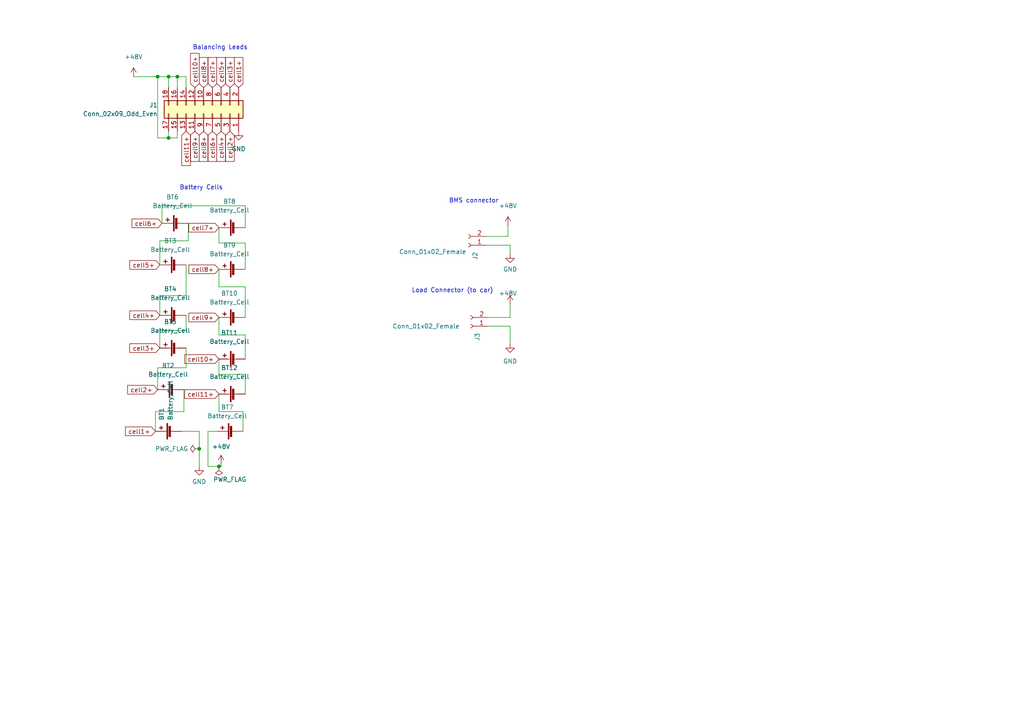
<source format=kicad_sch>
(kicad_sch (version 20211123) (generator eeschema)
  (paper "A4")
  (lib_symbols
    (symbol "Connector:Conn_01x02_Female" (pin_names (offset 1.016) hide)
      (property "Reference" "J" (at 0 2.54 0))
      (property "Value" "Conn_01x02_Female" (at 0 -5.08 0))
      (symbol "Conn_01x02_Female_1_1"
        (arc (start 0 -2.032) (mid -0.508 -2.54) (end 0 -3.048) (stroke (width 0.1524)))
        (polyline (pts (xy -1.27 -2.54) (xy -0.508 -2.54)) (stroke (width 0.1524)))
        (polyline (pts (xy -1.27 0) (xy -0.508 0)) (stroke (width 0.1524)))
        (arc (start 0 0.508) (mid -0.508 0) (end 0 -0.508) (stroke (width 0.1524)))
        (pin passive line (at -5.08 0 0) (length 3.81) (name "Pin_1") (number "1"))
        (pin passive line (at -5.08 -2.54 0) (length 3.81) (name "Pin_2") (number "2"))
      )
    )
    (symbol "Connector_Generic:Conn_02x09_Odd_Even" (pin_names (offset 1.016) hide)
      (property "Reference" "J" (at 1.27 12.7 0))
      (property "Value" "Conn_02x09_Odd_Even" (at 1.27 -12.7 0))
      (symbol "Conn_02x09_Odd_Even_1_1"
        (rectangle (start -1.27 -10.033) (end 0 -10.287) (stroke (width 0.1524)))
        (rectangle (start -1.27 -7.493) (end 0 -7.747) (stroke (width 0.1524)))
        (rectangle (start -1.27 -4.953) (end 0 -5.207) (stroke (width 0.1524)))
        (rectangle (start -1.27 -2.413) (end 0 -2.667) (stroke (width 0.1524)))
        (rectangle (start -1.27 0.127) (end 0 -0.127) (stroke (width 0.1524)))
        (rectangle (start -1.27 2.667) (end 0 2.413) (stroke (width 0.1524)))
        (rectangle (start -1.27 5.207) (end 0 4.953) (stroke (width 0.1524)))
        (rectangle (start -1.27 7.747) (end 0 7.493) (stroke (width 0.1524)))
        (rectangle (start -1.27 10.287) (end 0 10.033) (stroke (width 0.1524)))
        (rectangle (start -1.27 11.43) (end 3.81 -11.43) (stroke (width 0.254)) (fill (type background)))
        (rectangle (start 3.81 -10.033) (end 2.54 -10.287) (stroke (width 0.1524)))
        (rectangle (start 3.81 -7.493) (end 2.54 -7.747) (stroke (width 0.1524)))
        (rectangle (start 3.81 -4.953) (end 2.54 -5.207) (stroke (width 0.1524)))
        (rectangle (start 3.81 -2.413) (end 2.54 -2.667) (stroke (width 0.1524)))
        (rectangle (start 3.81 0.127) (end 2.54 -0.127) (stroke (width 0.1524)))
        (rectangle (start 3.81 2.667) (end 2.54 2.413) (stroke (width 0.1524)))
        (rectangle (start 3.81 5.207) (end 2.54 4.953) (stroke (width 0.1524)))
        (rectangle (start 3.81 7.747) (end 2.54 7.493) (stroke (width 0.1524)))
        (rectangle (start 3.81 10.287) (end 2.54 10.033) (stroke (width 0.1524)))
        (pin passive line (at -5.08 10.16 0) (length 3.81) (name "Pin_1") (number "1"))
        (pin passive line (at 7.62 0 180) (length 3.81) (name "Pin_10") (number "10"))
        (pin passive line (at -5.08 -2.54 0) (length 3.81) (name "Pin_11") (number "11"))
        (pin passive line (at 7.62 -2.54 180) (length 3.81) (name "Pin_12") (number "12"))
        (pin passive line (at -5.08 -5.08 0) (length 3.81) (name "Pin_13") (number "13"))
        (pin passive line (at 7.62 -5.08 180) (length 3.81) (name "Pin_14") (number "14"))
        (pin passive line (at -5.08 -7.62 0) (length 3.81) (name "Pin_15") (number "15"))
        (pin passive line (at 7.62 -7.62 180) (length 3.81) (name "Pin_16") (number "16"))
        (pin passive line (at -5.08 -10.16 0) (length 3.81) (name "Pin_17") (number "17"))
        (pin passive line (at 7.62 -10.16 180) (length 3.81) (name "Pin_18") (number "18"))
        (pin passive line (at 7.62 10.16 180) (length 3.81) (name "Pin_2") (number "2"))
        (pin passive line (at -5.08 7.62 0) (length 3.81) (name "Pin_3") (number "3"))
        (pin passive line (at 7.62 7.62 180) (length 3.81) (name "Pin_4") (number "4"))
        (pin passive line (at -5.08 5.08 0) (length 3.81) (name "Pin_5") (number "5"))
        (pin passive line (at 7.62 5.08 180) (length 3.81) (name "Pin_6") (number "6"))
        (pin passive line (at -5.08 2.54 0) (length 3.81) (name "Pin_7") (number "7"))
        (pin passive line (at 7.62 2.54 180) (length 3.81) (name "Pin_8") (number "8"))
        (pin passive line (at -5.08 0 0) (length 3.81) (name "Pin_9") (number "9"))
      )
    )
    (symbol "Device:Battery_Cell" (pin_numbers hide) (pin_names (offset 0) hide)
      (property "Reference" "BT" (at 2.54 2.54 0))
      (property "Value" "Battery_Cell" (at 2.54 0 0))
      (symbol "Battery_Cell_0_1"
        (rectangle (start -2.286 1.778) (end 2.286 1.524) (fill (type outline)))
        (rectangle (start -1.5748 1.1938) (end 1.4732 0.6858) (fill (type outline)))
        (polyline (pts (xy 0 0.762) (xy 0 0)))
        (polyline (pts (xy 0 1.778) (xy 0 2.54)))
        (polyline (pts (xy 0.508 3.429) (xy 1.524 3.429)) (stroke (width 0.254)))
        (polyline (pts (xy 1.016 3.937) (xy 1.016 2.921)) (stroke (width 0.254)))
      )
      (symbol "Battery_Cell_1_1"
        (pin passive line (at 0 5.08 270) (length 2.54) (name "+") (number "1"))
        (pin passive line (at 0 -2.54 90) (length 2.54) (name "-") (number "2"))
      )
    )
    (symbol "power:+48V" (power) (pin_names (offset 0))
      (property "Value" "+48V" (at 0 3.556 0))
      (symbol "+48V_0_1"
        (polyline (pts (xy -0.762 1.27) (xy 0 2.54)))
        (polyline (pts (xy 0 0) (xy 0 2.54)))
        (polyline (pts (xy 0 2.54) (xy 0.762 1.27)))
      )
      (symbol "+48V_1_1"
        (pin power_in line (at 0 0 90) (length 0) hide (name "+48V") (number "1"))
      )
    )
    (symbol "power:GND" (power) (pin_names (offset 0))
      (property "Value" "GND" (at 0 -3.81 0))
      (symbol "GND_0_1"
        (polyline (pts (xy 0 0) (xy 0 -1.27) (xy 1.27 -1.27) (xy 0 -2.54) (xy -1.27 -1.27) (xy 0 -1.27)))
      )
      (symbol "GND_1_1"
        (pin power_in line (at 0 0 270) (length 0) hide (name "GND") (number "1"))
      )
    )
    (symbol "power:PWR_FLAG" (power) (pin_numbers hide) (pin_names (offset 0) hide)
      (property "Value" "PWR_FLAG" (at 0 3.81 0))
      (symbol "PWR_FLAG_0_0"
        (pin power_out line (at 0 0 90) (length 0) (name "pwr") (number "1"))
      )
      (symbol "PWR_FLAG_0_1"
        (polyline (pts (xy 0 0) (xy 0 1.27) (xy -1.016 1.905) (xy 0 2.54) (xy 1.016 1.905) (xy 0 1.27)))
      )
    )
  )
  (junction (at 48.895 22.225))
  (junction (at 57.785 130.175))
  (junction (at 51.435 22.225))
  (junction (at 45.72 22.225))
  (junction (at 63.5 135.255))
  (junction (at 48.895 40.005))
  (wire (pts (xy 71.12 83.185) (xy 71.12 92.075)))
  (wire (pts (xy 60.325 125.095) (xy 60.325 135.255)))
  (wire (pts (xy 63.5 83.185) (xy 71.12 83.185)))
  (wire (pts (xy 53.975 85.725) (xy 53.975 76.835)))
  (wire (pts (xy 53.34 119.38) (xy 53.34 113.03)))
  (wire (pts (xy 46.355 95.885) (xy 53.975 95.885)))
  (wire (pts (xy 52.705 125.095) (xy 57.785 125.095)))
  (wire (pts (xy 45.72 106.68) (xy 53.975 106.68)))
  (wire (pts (xy 147.32 65.405) (xy 147.32 68.58)))
  (wire (pts (xy 45.72 113.03) (xy 45.72 106.68)))
  (wire (pts (xy 147.955 88.265) (xy 147.955 92.075)))
  (wire (pts (xy 63.5 66.04) (xy 63.5 70.485)))
  (wire (pts (xy 63.5 92.075) (xy 63.5 97.155)))
  (wire (pts (xy 46.355 76.835) (xy 46.355 69.85)))
  (wire (pts (xy 147.955 71.12) (xy 147.955 73.66)))
  (wire (pts (xy 51.435 38.1) (xy 51.435 40.005)))
  (wire (pts (xy 53.975 106.68) (xy 53.975 100.965)))
  (wire (pts (xy 147.955 94.615) (xy 147.955 99.695)))
  (wire (pts (xy 141.605 92.075) (xy 147.955 92.075)))
  (wire (pts (xy 71.12 59.69) (xy 71.12 66.04)))
  (wire (pts (xy 70.485 119.38) (xy 70.485 125.095)))
  (wire (pts (xy 46.355 69.85) (xy 54.61 69.85)))
  (wire (pts (xy 46.355 91.44) (xy 46.355 85.725)))
  (wire (pts (xy 62.865 125.095) (xy 60.325 125.095)))
  (wire (pts (xy 140.97 71.12) (xy 147.955 71.12)))
  (wire (pts (xy 57.785 125.095) (xy 57.785 130.175)))
  (wire (pts (xy 64.135 135.255) (xy 63.5 135.255)))
  (wire (pts (xy 71.12 108.585) (xy 71.12 114.3)))
  (wire (pts (xy 71.12 97.155) (xy 71.12 104.14)))
  (wire (pts (xy 71.12 70.485) (xy 71.12 78.105)))
  (wire (pts (xy 45.085 125.095) (xy 45.085 119.38)))
  (wire (pts (xy 54.61 69.85) (xy 54.61 64.77)))
  (wire (pts (xy 48.895 40.005) (xy 45.72 40.005)))
  (wire (pts (xy 48.895 38.1) (xy 48.895 40.005)))
  (wire (pts (xy 48.895 22.225) (xy 48.895 25.4)))
  (wire (pts (xy 45.72 40.005) (xy 45.72 22.225)))
  (wire (pts (xy 53.975 22.225) (xy 53.975 25.4)))
  (wire (pts (xy 57.785 130.175) (xy 57.785 135.255)))
  (wire (pts (xy 51.435 40.005) (xy 48.895 40.005)))
  (wire (pts (xy 140.97 68.58) (xy 147.32 68.58)))
  (wire (pts (xy 38.735 22.225) (xy 45.72 22.225)))
  (wire (pts (xy 63.5 108.585) (xy 71.12 108.585)))
  (wire (pts (xy 63.5 78.105) (xy 63.5 83.185)))
  (wire (pts (xy 63.5 104.14) (xy 63.5 108.585)))
  (wire (pts (xy 63.5 114.3) (xy 63.5 119.38)))
  (wire (pts (xy 63.5 70.485) (xy 71.12 70.485)))
  (wire (pts (xy 63.5 97.155) (xy 71.12 97.155)))
  (wire (pts (xy 63.5 119.38) (xy 70.485 119.38)))
  (wire (pts (xy 53.975 95.885) (xy 53.975 91.44)))
  (wire (pts (xy 51.435 22.225) (xy 51.435 25.4)))
  (wire (pts (xy 63.5 135.255) (xy 60.325 135.255)))
  (wire (pts (xy 46.99 64.77) (xy 46.99 59.69)))
  (wire (pts (xy 46.355 85.725) (xy 53.975 85.725)))
  (wire (pts (xy 48.895 22.225) (xy 51.435 22.225)))
  (wire (pts (xy 46.99 59.69) (xy 71.12 59.69)))
  (wire (pts (xy 46.355 100.965) (xy 46.355 95.885)))
  (wire (pts (xy 64.135 134.62) (xy 64.135 135.255)))
  (wire (pts (xy 51.435 22.225) (xy 53.975 22.225)))
  (wire (pts (xy 141.605 94.615) (xy 147.955 94.615)))
  (wire (pts (xy 45.085 119.38) (xy 53.34 119.38)))
  (wire (pts (xy 45.72 22.225) (xy 48.895 22.225)))
  (text "Balancing Leads" (at 55.88 14.605 0) (effects (font (size 1.27 1.27)) (justify left bottom)))
  (text "Load Connector (to car)" (at 119.38 85.09 0) (effects (font (size 1.27 1.27)) (justify left bottom)))
  (text "Battery Cells" (at 52.07 55.245 0) (effects (font (size 1.27 1.27)) (justify left bottom)))
  (text "BMS connector\n" (at 130.175 59.055 0) (effects (font (size 1.27 1.27)) (justify left bottom)))
  (global_label "cell5+" (shape input) (at 46.355 76.835 180) (property "Intersheet References" "${INTERSHEET_REFS}" (effects hide)))
  (global_label "cell8+" (shape input) (at 59.055 38.1 270) (property "Intersheet References" "${INTERSHEET_REFS}" (effects hide)))
  (global_label "cell9+" (shape input) (at 56.515 38.1 270) (property "Intersheet References" "${INTERSHEET_REFS}" (effects hide)))
  (global_label "cell4+" (shape input) (at 46.355 91.44 180) (property "Intersheet References" "${INTERSHEET_REFS}" (effects hide)))
  (global_label "cell1+" (shape input) (at 45.085 125.095 180) (property "Intersheet References" "${INTERSHEET_REFS}" (effects hide)))
  (global_label "cell4+" (shape input) (at 64.135 38.1 270) (property "Intersheet References" "${INTERSHEET_REFS}" (effects hide)))
  (global_label "cell7+" (shape input) (at 63.5 66.04 180) (property "Intersheet References" "${INTERSHEET_REFS}" (effects hide)))
  (global_label "cell5+" (shape input) (at 64.135 25.4 90) (property "Intersheet References" "${INTERSHEET_REFS}" (effects hide)))
  (global_label "cell6+" (shape input) (at 61.595 38.1 270) (property "Intersheet References" "${INTERSHEET_REFS}" (effects hide)))
  (global_label "cell7+" (shape input) (at 61.595 25.4 90) (property "Intersheet References" "${INTERSHEET_REFS}" (effects hide)))
  (global_label "cell10+" (shape input) (at 63.5 104.14 180) (property "Intersheet References" "${INTERSHEET_REFS}" (effects hide)))
  (global_label "cell6+" (shape input) (at 46.99 64.77 180) (property "Intersheet References" "${INTERSHEET_REFS}" (effects hide)))
  (global_label "cell2+" (shape input) (at 45.72 113.03 180) (property "Intersheet References" "${INTERSHEET_REFS}" (effects hide)))
  (global_label "cell8+" (shape input) (at 59.055 25.4 90) (property "Intersheet References" "${INTERSHEET_REFS}" (effects hide)))
  (global_label "cell10+" (shape input) (at 56.515 25.4 90) (property "Intersheet References" "${INTERSHEET_REFS}" (effects hide)))
  (global_label "cell3+" (shape input) (at 46.355 100.965 180) (property "Intersheet References" "${INTERSHEET_REFS}" (effects hide)))
  (global_label "cell11+" (shape input) (at 63.5 114.3 180) (property "Intersheet References" "${INTERSHEET_REFS}" (effects hide)))
  (global_label "cell1+" (shape input) (at 69.215 25.4 90) (property "Intersheet References" "${INTERSHEET_REFS}" (effects hide)))
  (global_label "cell3+" (shape input) (at 66.675 25.4 90) (property "Intersheet References" "${INTERSHEET_REFS}" (effects hide)))
  (global_label "cell2+" (shape input) (at 66.675 38.1 270) (property "Intersheet References" "${INTERSHEET_REFS}" (effects hide)))
  (global_label "cell8+" (shape input) (at 63.5 78.105 180) (property "Intersheet References" "${INTERSHEET_REFS}" (effects hide)))
  (global_label "cell11+" (shape input) (at 53.975 38.1 270) (property "Intersheet References" "${INTERSHEET_REFS}" (effects hide)))
  (global_label "cell9+" (shape input) (at 63.5 92.075 180) (property "Intersheet References" "${INTERSHEET_REFS}" (effects hide)))
  (symbol (lib_id "Device:Battery_Cell") (at 51.435 100.965 90) (unit 1)
    (property "Reference" "BT5" (at 49.403 93.345 90))
    (property "Value" "Battery_Cell" (at 49.403 95.885 90))
  )
  (symbol (lib_id "Device:Battery_Cell") (at 51.435 76.835 90) (unit 1)
    (property "Reference" "BT3" (at 49.403 69.85 90))
    (property "Value" "Battery_Cell" (at 49.403 72.39 90))
  )
  (symbol (lib_id "Device:Battery_Cell") (at 51.435 91.44 90) (unit 1)
    (property "Reference" "BT4" (at 49.403 83.82 90))
    (property "Value" "Battery_Cell" (at 49.403 86.36 90))
  )
  (symbol (lib_id "power:+48V") (at 38.735 22.225 0) (unit 1)
    (property "Reference" "#PWR01" (effects hide))
    (property "Value" "+48V" (at 38.735 16.51 0))
  )
  (symbol (lib_id "Device:Battery_Cell") (at 68.58 104.14 90) (unit 1)
    (property "Reference" "BT11" (at 66.548 96.52 90))
    (property "Value" "Battery_Cell" (at 66.548 99.06 90))
  )
  (symbol (lib_id "Device:Battery_Cell") (at 68.58 66.04 90) (unit 1)
    (property "Reference" "BT8" (at 66.548 58.42 90))
    (property "Value" "Battery_Cell" (at 66.548 60.96 90))
  )
  (symbol (lib_id "Device:Battery_Cell") (at 68.58 78.105 90) (unit 1)
    (property "Reference" "BT9" (at 66.548 71.12 90))
    (property "Value" "Battery_Cell" (at 66.548 73.66 90))
  )
  (symbol (lib_id "power:GND") (at 147.955 99.695 0) (unit 1)
    (property "Reference" "#PWR08" (effects hide))
    (property "Value" "GND" (at 147.955 104.775 0))
  )
  (symbol (lib_id "Device:Battery_Cell") (at 67.945 125.095 90) (unit 1)
    (property "Reference" "BT7" (at 65.913 118.11 90))
    (property "Value" "Battery_Cell" (at 65.913 120.65 90))
  )
  (symbol (lib_id "power:+48V") (at 147.32 65.405 0) (unit 1)
    (property "Reference" "#PWR05" (effects hide))
    (property "Value" "+48V" (at 147.32 59.69 0))
  )
  (symbol (lib_id "Device:Battery_Cell") (at 68.58 92.075 90) (unit 1)
    (property "Reference" "BT10" (at 66.548 85.09 90))
    (property "Value" "Battery_Cell" (at 66.548 87.63 90))
  )
  (symbol (lib_id "Connector_Generic:Conn_02x09_Odd_Even") (at 59.055 33.02 270) (mirror x) (unit 1)
    (property "Reference" "J1" (at 45.72 30.4799 90) (effects (justify right)))
    (property "Value" "Conn_02x09_Odd_Even" (at 45.72 33.0199 90) (effects (justify right)))
    (property "Footprint" "Connector_Molex:Molex_Mini-Fit_Jr_5569-18A2_2x09_P4.20mm_Horizontal" (effects hide))
    (property "Datasheet" "https://www.digikey.ca/en/products/detail/molex/0039301182/930340" (effects hide))
  )
  (symbol (lib_id "Connector:Conn_01x02_Female") (at 135.89 71.12 180) (unit 1)
    (property "Reference" "J2" (at 137.7951 73.025 90) (effects (justify left)))
    (property "Value" "Conn_01x02_Female" (at 135.2551 73.025 0) (effects (justify left)))
    (property "Footprint" "TerminalBlock_TE-Connectivity:TerminalBlock_TE_282834-2_1x02_P2.54mm_Horizontal" (effects hide))
    (property "Datasheet" "https://www.te.com/commerce/DocumentDelivery/DDEController?Action=srchrtrv&DocNm=282834&DocType=Customer+Drawing&DocLang=English" (effects hide))
  )
  (symbol (lib_id "Device:Battery_Cell") (at 68.58 114.3 90) (unit 1)
    (property "Reference" "BT12" (at 66.548 106.68 90))
    (property "Value" "Battery_Cell" (at 66.548 109.22 90))
  )
  (symbol (lib_id "Device:Battery_Cell") (at 52.07 64.77 90) (unit 1)
    (property "Reference" "BT6" (at 50.038 57.15 90))
    (property "Value" "Battery_Cell" (at 50.038 59.69 90))
  )
  (symbol (lib_id "Device:Battery_Cell") (at 50.165 125.095 90) (unit 1)
    (property "Reference" "BT1" (at 46.8629 121.92 0) (effects (justify left)))
    (property "Value" "Battery_Cell" (at 49.4029 121.92 0) (effects (justify left)))
  )
  (symbol (lib_id "Device:Battery_Cell") (at 50.8 113.03 90) (unit 1)
    (property "Reference" "BT2" (at 48.768 106.045 90))
    (property "Value" "Battery_Cell" (at 48.768 108.585 90))
  )
  (symbol (lib_id "power:+48V") (at 64.135 134.62 0) (unit 1)
    (property "Reference" "#PWR03" (effects hide))
    (property "Value" "+48V" (at 64.135 129.54 0))
  )
  (symbol (lib_id "power:GND") (at 147.955 73.66 0) (unit 1)
    (property "Reference" "#PWR06" (effects hide))
    (property "Value" "GND" (at 147.955 78.105 0))
  )
  (symbol (lib_id "power:PWR_FLAG") (at 57.785 130.175 90) (unit 1)
    (property "Reference" "#FLG0101" (effects hide))
    (property "Value" "PWR_FLAG" (at 54.61 130.1749 90) (effects (justify left)))
  )
  (symbol (lib_id "Connector:Conn_01x02_Female") (at 136.525 94.615 180) (unit 1)
    (property "Reference" "J3" (at 138.4301 96.52 90) (effects (justify left)))
    (property "Value" "Conn_01x02_Female" (at 133.35 94.615 0) (effects (justify left)))
    (property "Footprint" "TerminalBlock_TE-Connectivity:TE_1986660-2" (effects hide))
    (property "Datasheet" "https://www.te.com/commerce/DocumentDelivery/DDEController?Action=srchrtrv&DocNm=1986660&DocType=Customer+Drawing&DocLang=English" (effects hide))
  )
  (symbol (lib_id "power:GND") (at 69.215 38.1 0) (unit 1)
    (property "Reference" "#PWR04" (effects hide))
    (property "Value" "GND" (at 69.215 43.18 0))
  )
  (symbol (lib_id "power:+48V") (at 147.955 88.265 0) (unit 1)
    (property "Reference" "#PWR07" (effects hide))
    (property "Value" "+48V" (at 147.32 85.09 0))
  )
  (symbol (lib_id "power:GND") (at 57.785 135.255 0) (unit 1)
    (property "Reference" "#PWR02" (effects hide))
    (property "Value" "GND" (at 57.785 139.7 0))
  )
  (symbol (lib_id "power:PWR_FLAG") (at 63.5 135.255 180) (unit 1)
    (property "Reference" "#FLG0102" (effects hide))
    (property "Value" "PWR_FLAG" (at 66.675 139.065 0))
  )
)
</source>
